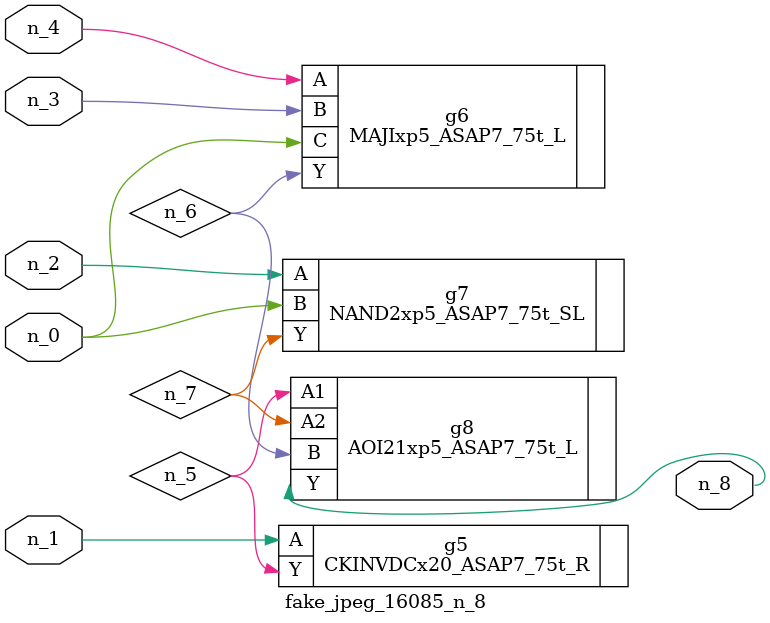
<source format=v>
module fake_jpeg_16085_n_8 (n_3, n_2, n_1, n_0, n_4, n_8);

input n_3;
input n_2;
input n_1;
input n_0;
input n_4;

output n_8;

wire n_6;
wire n_5;
wire n_7;

CKINVDCx20_ASAP7_75t_R g5 ( 
.A(n_1),
.Y(n_5)
);

MAJIxp5_ASAP7_75t_L g6 ( 
.A(n_4),
.B(n_3),
.C(n_0),
.Y(n_6)
);

NAND2xp5_ASAP7_75t_SL g7 ( 
.A(n_2),
.B(n_0),
.Y(n_7)
);

AOI21xp5_ASAP7_75t_L g8 ( 
.A1(n_5),
.A2(n_7),
.B(n_6),
.Y(n_8)
);


endmodule
</source>
